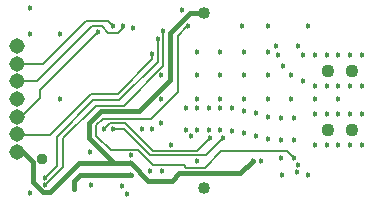
<source format=gbr>
G04 EAGLE Gerber RS-274X export*
G75*
%MOMM*%
%FSLAX34Y34*%
%LPD*%
%INCopper Layer 2*%
%IPPOS*%
%AMOC8*
5,1,8,0,0,1.08239X$1,22.5*%
G01*
%ADD10C,1.016000*%
%ADD11C,1.108000*%
%ADD12C,0.958000*%
%ADD13C,1.308000*%
%ADD14C,0.454000*%
%ADD15C,0.152400*%
%ADD16C,0.406400*%


D10*
X162500Y155500D03*
X162500Y8000D03*
D11*
X268000Y57000D03*
X288000Y57000D03*
D12*
X25500Y32000D03*
D11*
X288000Y107000D03*
X268000Y107000D03*
D13*
X4000Y38000D03*
X4000Y53000D03*
X4000Y68000D03*
X4000Y83000D03*
X4000Y98000D03*
X4000Y113000D03*
X4000Y128000D03*
D14*
X236500Y83000D03*
X156500Y123000D03*
X176500Y123000D03*
X196500Y123000D03*
X216500Y123000D03*
X216500Y103000D03*
X196500Y103000D03*
X176500Y103000D03*
X156500Y103000D03*
X156500Y83000D03*
X176500Y83000D03*
X196500Y83000D03*
X216500Y83000D03*
X256500Y83000D03*
X276500Y83000D03*
X126500Y83000D03*
X126500Y103000D03*
X126500Y63000D03*
X156500Y75000D03*
X176500Y75000D03*
X196500Y73000D03*
X216500Y68000D03*
X239000Y67000D03*
X196500Y54500D03*
X176500Y57000D03*
X156500Y57000D03*
X216500Y49500D03*
X256500Y70000D03*
X276500Y70000D03*
X276500Y44000D03*
X256500Y44000D03*
X276500Y94000D03*
X256500Y94000D03*
X228000Y67000D03*
X206500Y71000D03*
X186500Y75000D03*
X166500Y75000D03*
X186500Y56000D03*
X206500Y51500D03*
X166500Y57000D03*
X147500Y75000D03*
X147500Y57000D03*
X266500Y70000D03*
X266500Y44000D03*
X286500Y44000D03*
X286500Y70000D03*
X286500Y94000D03*
X266500Y94000D03*
X266500Y120000D03*
X276500Y120000D03*
X286500Y120000D03*
X296500Y94000D03*
X296500Y70000D03*
X296500Y120000D03*
X296500Y44000D03*
X236500Y103000D03*
X225500Y120000D03*
X229500Y111000D03*
X246500Y98000D03*
X256500Y120000D03*
X246500Y120000D03*
X242500Y128000D03*
X223500Y128000D03*
X102500Y143000D03*
X41000Y138000D03*
X15000Y160500D03*
X144000Y158000D03*
X195000Y145000D03*
X217000Y145000D03*
X251000Y144500D03*
X251000Y18500D03*
X40500Y83000D03*
X97500Y3000D03*
X228000Y48500D03*
X239000Y48500D03*
X15000Y138000D03*
X15000Y3500D03*
X228500Y18500D03*
X128000Y140500D03*
X28000Y10000D03*
D15*
X128000Y111000D02*
X128000Y140500D01*
X128000Y111000D02*
X94500Y77500D01*
X71000Y77500D01*
X43500Y50000D01*
X43500Y25500D01*
X28000Y10000D01*
D14*
X123500Y133500D03*
X28000Y16500D03*
D15*
X123500Y114500D02*
X123500Y133500D01*
X123500Y114500D02*
X91000Y82000D01*
X69000Y82000D01*
X38000Y51000D02*
X38000Y26500D01*
X28000Y16500D01*
X38000Y51000D02*
X69000Y82000D01*
D14*
X78000Y57500D03*
X167500Y50000D03*
D15*
X83000Y62500D02*
X78000Y57500D01*
X83000Y62500D02*
X95500Y62500D01*
X119040Y38960D02*
X156460Y38960D01*
X167500Y50000D01*
X119040Y38960D02*
X95500Y62500D01*
D14*
X178500Y50000D03*
X86000Y57500D03*
D15*
X94500Y57500D01*
X116500Y35500D01*
X164000Y35500D02*
X178500Y50000D01*
X164000Y35500D02*
X116500Y35500D01*
D14*
X94000Y144500D03*
D15*
X89782Y139198D02*
X81718Y139198D01*
X76416Y144500D02*
X67500Y144500D01*
X94000Y144500D02*
X94000Y143416D01*
X89782Y139198D01*
X81718Y139198D02*
X76416Y144500D01*
X21000Y98000D02*
X4000Y98000D01*
X21000Y98000D02*
X67500Y144500D01*
D14*
X86000Y144500D03*
D15*
X81225Y149275D01*
X62375Y149275D01*
X26100Y113000D02*
X4000Y113000D01*
X26100Y113000D02*
X62375Y149275D01*
D14*
X100500Y29000D03*
D16*
X115500Y14000D01*
X141690Y20190D02*
X193353Y20190D01*
X135500Y14000D02*
X115500Y14000D01*
X135500Y14000D02*
X141690Y20190D01*
D14*
X204060Y30897D03*
D16*
X193353Y20190D01*
X100500Y29000D02*
X86500Y29000D01*
X65436Y50064D02*
X65436Y62936D01*
X75500Y73000D02*
X108000Y73000D01*
X134000Y99000D01*
X134000Y138880D02*
X150620Y155500D01*
X162500Y155500D01*
X65436Y50064D02*
X86500Y29000D01*
X65436Y62936D02*
X75500Y73000D01*
X134000Y99000D02*
X134000Y138880D01*
X57000Y29000D02*
X32000Y4000D01*
X26000Y4000D01*
X17500Y12500D02*
X17500Y29500D01*
X9000Y38000D01*
X4000Y38000D01*
X57000Y29000D02*
X86500Y29000D01*
X26000Y4000D02*
X17500Y12500D01*
D14*
X101000Y18590D03*
D16*
X57590Y18590D01*
X52868Y13868D02*
X52868Y6548D01*
X52868Y13868D02*
X57590Y18590D01*
D14*
X52868Y6548D03*
X157000Y30500D03*
X242179Y27396D03*
X72500Y139500D03*
D15*
X23500Y90500D01*
X23500Y83500D01*
X8000Y68000D02*
X4000Y68000D01*
X8000Y68000D02*
X23500Y83500D01*
D14*
X118500Y121000D03*
D15*
X118500Y116500D01*
X89500Y87500D01*
X67000Y87500D01*
X32400Y52900D01*
X4100Y52900D01*
X4000Y53000D01*
D14*
X211000Y30500D03*
X110500Y57500D03*
X67000Y10500D03*
X93000Y9500D03*
X134900Y44262D03*
X100500Y35500D03*
X127500Y22000D03*
X117000Y22000D03*
X66500Y38000D03*
X152000Y52000D03*
X241540Y21500D03*
X239000Y33000D03*
D15*
X149000Y144500D02*
X148500Y144500D01*
X140302Y136302D01*
X140302Y89218D01*
D14*
X149000Y144500D03*
D15*
X71500Y52000D02*
X83698Y39802D01*
X71500Y52000D02*
X71500Y61000D01*
X177000Y38802D02*
X232698Y38802D01*
X77000Y66500D02*
X71500Y61000D01*
X77000Y66500D02*
X117584Y66500D01*
X140302Y89218D01*
X232698Y38802D02*
X239000Y33000D01*
X177000Y38802D02*
X163198Y25000D01*
X106698Y39802D02*
X83698Y39802D01*
X106698Y39802D02*
X119500Y27000D01*
X145500Y27000D01*
X147500Y25000D01*
X163198Y25000D01*
D14*
X118500Y57500D03*
X228000Y33000D03*
M02*

</source>
